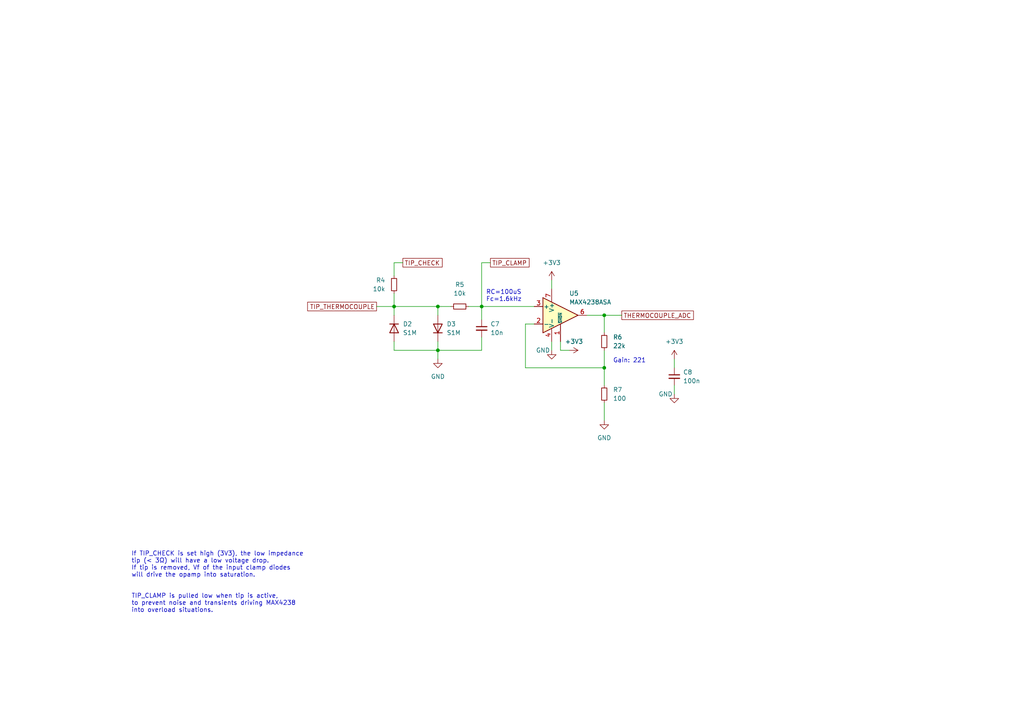
<source format=kicad_sch>
(kicad_sch (version 20211123) (generator eeschema)
  (paper "A4")
  (title_block (title "OpenSolder Station Schematic") (date "2022-05-09") (rev "1") (comment 1 "Licence: GPL-3.0") (comment 2 "Designed by: Håvard Jakobsen") (comment 4 "OpenSolder - JBC T245 compatible soldering station"))
  (lib_symbols
    (symbol "0_Howie:S1M" (pin_numbers hide) (pin_names (offset 1.016) hide)
      (property "Reference" "D" (at 0 2.54 0))
      (property "Value" "S1M" (at 0 -2.54 0))
      (symbol "S1M_0_1"
        (polyline (pts (xy -1.27 1.27) (xy -1.27 -1.27)) (stroke (width 0.254)))
        (polyline (pts (xy 1.27 0) (xy -1.27 0)))
        (polyline (pts (xy 1.27 1.27) (xy 1.27 -1.27) (xy -1.27 0) (xy 1.27 1.27)) (stroke (width 0.254)))
      )
      (symbol "S1M_1_1"
        (pin passive line (at -3.81 0 0) (length 2.54) (name "K") (number "1"))
        (pin passive line (at 3.81 0 180) (length 2.54) (name "A") (number "2"))
      )
    )
    (symbol "Amplifier_Operational:MAX4238ASA" (pin_names (offset 0.127))
      (property "Reference" "U" (at 0 6.35 0))
      (property "Value" "MAX4238ASA" (at 0 3.81 0))
      (symbol "MAX4238ASA_0_1"
        (polyline (pts (xy -5.08 5.08) (xy 5.08 0) (xy -5.08 -5.08) (xy -5.08 5.08)) (stroke (width 0.254)) (fill (type background)))
      )
      (symbol "MAX4238ASA_1_1"
        (pin input line (at 0 -7.62 90) (length 5.08) (name "~{SHDN}") (number "1"))
        (pin input line (at -7.62 -2.54 0) (length 2.54) (name "-") (number "2"))
        (pin input line (at -7.62 2.54 0) (length 2.54) (name "+") (number "3"))
        (pin power_in line (at -2.54 -7.62 90) (length 3.81) (name "V-") (number "4"))
        (pin no_connect line (at 0 -2.54 90) (length 2.54) hide (name "NC") (number "5"))
        (pin output line (at 7.62 0 180) (length 2.54) (name "~") (number "6"))
        (pin power_in line (at -2.54 7.62 270) (length 3.81) (name "V+") (number "7"))
        (pin no_connect line (at 0 2.54 270) (length 2.54) hide (name "NC") (number "8"))
      )
    )
    (symbol "Device:C_Small" (pin_numbers hide) (pin_names (offset 0.254) hide)
      (property "Reference" "C" (at 0.254 1.778 0))
      (property "Value" "C_Small" (at 0.254 -2.032 0))
      (symbol "C_Small_0_1"
        (polyline (pts (xy -1.524 -0.508) (xy 1.524 -0.508)) (stroke (width 0.3302)))
        (polyline (pts (xy -1.524 0.508) (xy 1.524 0.508)) (stroke (width 0.3048)))
      )
      (symbol "C_Small_1_1"
        (pin passive line (at 0 2.54 270) (length 2.032) (name "~") (number "1"))
        (pin passive line (at 0 -2.54 90) (length 2.032) (name "~") (number "2"))
      )
    )
    (symbol "Device:R_Small" (pin_numbers hide) (pin_names (offset 0.254) hide)
      (property "Reference" "R" (at 0.762 0.508 0))
      (property "Value" "R_Small" (at 0.762 -1.016 0))
      (symbol "R_Small_0_1"
        (rectangle (start -0.762 1.778) (end 0.762 -1.778) (stroke (width 0.2032)))
      )
      (symbol "R_Small_1_1"
        (pin passive line (at 0 2.54 270) (length 0.762) (name "~") (number "1"))
        (pin passive line (at 0 -2.54 90) (length 0.762) (name "~") (number "2"))
      )
    )
    (symbol "power:+3V3" (power) (pin_names (offset 0))
      (property "Value" "+3V3" (at 0 3.556 0))
      (symbol "+3V3_0_1"
        (polyline (pts (xy -0.762 1.27) (xy 0 2.54)))
        (polyline (pts (xy 0 0) (xy 0 2.54)))
        (polyline (pts (xy 0 2.54) (xy 0.762 1.27)))
      )
      (symbol "+3V3_1_1"
        (pin power_in line (at 0 0 90) (length 0) hide (name "+3V3") (number "1"))
      )
    )
    (symbol "power:GND" (power) (pin_names (offset 0))
      (property "Value" "GND" (at 0 -3.81 0))
      (symbol "GND_0_1"
        (polyline (pts (xy 0 0) (xy 0 -1.27) (xy 1.27 -1.27) (xy 0 -2.54) (xy -1.27 -1.27) (xy 0 -1.27)))
      )
      (symbol "GND_1_1"
        (pin power_in line (at 0 0 270) (length 0) hide (name "GND") (number "1"))
      )
    )
  )
  (junction (at 114.3 88.9))
  (junction (at 175.26 91.44) (diameter 0.9144))
  (junction (at 139.7 88.9))
  (junction (at 127 88.9))
  (junction (at 175.26 106.68))
  (junction (at 127 101.6))
  (wire (pts (xy 162.56 101.6) (xy 162.56 99.06)))
  (wire (pts (xy 114.3 88.9) (xy 114.3 91.44)))
  (wire (pts (xy 114.3 99.06) (xy 114.3 101.6)))
  (wire (pts (xy 114.3 101.6) (xy 127 101.6)))
  (wire (pts (xy 152.4 106.68) (xy 175.26 106.68)))
  (wire (pts (xy 195.58 104.14) (xy 195.58 106.68)))
  (wire (pts (xy 160.02 99.06) (xy 160.02 101.6)))
  (wire (pts (xy 139.7 97.79) (xy 139.7 101.6)))
  (wire (pts (xy 162.56 101.6) (xy 165.1 101.6)))
  (wire (pts (xy 139.7 76.2) (xy 142.24 76.2)))
  (wire (pts (xy 127 101.6) (xy 139.7 101.6)))
  (wire (pts (xy 114.3 76.2) (xy 114.3 80.01)))
  (wire (pts (xy 175.26 91.44) (xy 175.26 96.52)))
  (wire (pts (xy 139.7 92.71) (xy 139.7 88.9)))
  (wire (pts (xy 170.18 91.44) (xy 175.26 91.44)))
  (wire (pts (xy 139.7 88.9) (xy 154.94 88.9)))
  (wire (pts (xy 114.3 76.2) (xy 116.84 76.2)))
  (wire (pts (xy 175.26 101.6) (xy 175.26 106.68)))
  (wire (pts (xy 127 88.9) (xy 130.81 88.9)))
  (wire (pts (xy 175.26 106.68) (xy 175.26 111.76)))
  (wire (pts (xy 114.3 85.09) (xy 114.3 88.9)))
  (wire (pts (xy 152.4 93.98) (xy 152.4 106.68)))
  (wire (pts (xy 160.02 81.28) (xy 160.02 83.82)))
  (wire (pts (xy 127 88.9) (xy 127 91.44)))
  (wire (pts (xy 180.34 91.44) (xy 175.26 91.44)))
  (wire (pts (xy 127 99.06) (xy 127 101.6)))
  (wire (pts (xy 109.22 88.9) (xy 114.3 88.9)))
  (wire (pts (xy 114.3 88.9) (xy 127 88.9)))
  (wire (pts (xy 139.7 76.2) (xy 139.7 88.9)))
  (wire (pts (xy 127 101.6) (xy 127 104.14)))
  (wire (pts (xy 135.89 88.9) (xy 139.7 88.9)))
  (wire (pts (xy 195.58 111.76) (xy 195.58 114.3)))
  (wire (pts (xy 154.94 93.98) (xy 152.4 93.98)))
  (wire (pts (xy 175.26 116.84) (xy 175.26 121.92)))
  (text "Gain: 221" (at 177.8 105.41 0) (effects (font (size 1.27 1.27)) (justify left bottom)))
  (text "RC=100uS\nFc=1.6kHz" (at 140.97 87.63 0) (effects (font (size 1.27 1.27)) (justify left bottom)))
  (text "If TIP_CHECK is set high (3V3), the low impedance\ntip (< 3Ω) will have a low voltage drop.\nIf tip is removed, Vf of the input clamp diodes\nwill drive the opamp into saturation.\n\n\nTIP_CLAMP is pulled low when tip is active,\nto prevent noise and transients driving MAX4238\ninto overload situations." (at 38.1 177.8 0) (effects (font (size 1.27 1.27)) (justify left bottom)))
  (global_label "TIP_CLAMP" (shape passive) (at 142.24 76.2 0) (property "Intersheet References" "${INTERSHEET_REFS}" (effects hide)))
  (global_label "TIP_CHECK" (shape passive) (at 116.84 76.2 0) (property "Intersheet References" "${INTERSHEET_REFS}" (effects hide)))
  (global_label "THERMOCOUPLE_ADC" (shape passive) (at 180.34 91.44 0) (property "Intersheet References" "${INTERSHEET_REFS}" (effects hide)))
  (global_label "TIP_THERMOCOUPLE" (shape passive) (at 109.22 88.9 180) (property "Intersheet References" "${INTERSHEET_REFS}" (effects hide)))
  (symbol (lib_id "Device:C_Small") (at 139.7 95.25 0) (unit 1)
    (property "Reference" "C7" (at 142.24 93.9799 0) (effects (justify left)))
    (property "Value" "10n" (at 142.24 96.5199 0) (effects (justify left)))
    (property "Footprint" "Capacitor_SMD:C_0805_2012Metric" (effects hide))
  )
  (symbol (lib_id "Amplifier_Operational:MAX4238ASA") (at 162.56 91.44 0) (unit 1)
    (property "Reference" "U5" (at 165.1 85.0899 0) (effects (justify left)))
    (property "Value" "MAX4238ASA" (at 165.1 87.6299 0) (effects (justify left)))
    (property "Footprint" "Package_SO:SOIC-8_3.9x4.9mm_P1.27mm" (effects hide))
    (property "Datasheet" "http://datasheets.maximintegrated.com/en/ds/MAX4238-MAX4239.pdf" (effects hide))
  )
  (symbol (lib_id "power:GND") (at 195.58 114.3 0) (unit 1)
    (property "Reference" "#PWR015" (effects hide))
    (property "Value" "GND" (at 193.04 114.3 0))
  )
  (symbol (lib_id "power:GND") (at 160.02 101.6 0) (unit 1)
    (property "Reference" "#PWR011" (effects hide))
    (property "Value" "GND" (at 157.48 101.6 0))
  )
  (symbol (lib_id "power:+3V3") (at 195.58 104.14 0) (unit 1)
    (property "Reference" "#PWR014" (effects hide))
    (property "Value" "+3V3" (at 195.58 99.06 0))
  )
  (symbol (lib_id "power:GND") (at 175.26 121.92 0) (unit 1)
    (property "Reference" "#PWR013" (effects hide))
    (property "Value" "GND" (at 175.26 127 0))
  )
  (symbol (lib_id "power:+3V3") (at 165.1 101.6 270) (unit 1)
    (property "Reference" "#PWR012" (effects hide))
    (property "Value" "+3V3" (at 163.83 99.06 90) (effects (justify left)))
  )
  (symbol (lib_id "power:+3V3") (at 160.02 81.28 0) (unit 1)
    (property "Reference" "#PWR010" (effects hide))
    (property "Value" "+3V3" (at 160.02 76.2 0))
  )
  (symbol (lib_id "Device:R_Small") (at 114.3 82.55 0) (mirror x) (unit 1)
    (property "Reference" "R4" (at 111.76 81.2799 0) (effects (justify right)))
    (property "Value" "10k" (at 111.76 83.8199 0) (effects (justify right)))
    (property "Footprint" "Resistor_SMD:R_0805_2012Metric" (effects hide))
  )
  (symbol (lib_id "0_Howie:S1M") (at 127 95.25 90) (unit 1)
    (property "Reference" "D3" (at 129.54 93.9799 90) (effects (justify right)))
    (property "Value" "S1M" (at 129.54 96.5199 90) (effects (justify right)))
    (property "Footprint" "Diode_SMD:D_SMA" (effects hide))
  )
  (symbol (lib_id "Device:R_Small") (at 175.26 99.06 0) (unit 1)
    (property "Reference" "R6" (at 177.8 97.7899 0) (effects (justify left)))
    (property "Value" "22k" (at 177.8 100.3299 0) (effects (justify left)))
    (property "Footprint" "Resistor_SMD:R_0805_2012Metric" (effects hide))
  )
  (symbol (lib_id "Device:C_Small") (at 195.58 109.22 0) (unit 1)
    (property "Reference" "C8" (at 198.12 107.9499 0) (effects (justify left)))
    (property "Value" "100n" (at 198.12 110.4899 0) (effects (justify left)))
    (property "Footprint" "Capacitor_SMD:C_0805_2012Metric" (effects hide))
  )
  (symbol (lib_id "Device:R_Small") (at 175.26 114.3 0) (unit 1)
    (property "Reference" "R7" (at 177.8 113.0299 0) (effects (justify left)))
    (property "Value" "100" (at 177.8 115.5699 0) (effects (justify left)))
    (property "Footprint" "Resistor_SMD:R_0805_2012Metric" (effects hide))
  )
  (symbol (lib_id "Device:R_Small") (at 133.35 88.9 270) (mirror x) (unit 1)
    (property "Reference" "R5" (at 133.35 82.55 90))
    (property "Value" "10k" (at 133.35 85.09 90))
    (property "Footprint" "Resistor_SMD:R_0805_2012Metric" (effects hide))
  )
  (symbol (lib_id "0_Howie:S1M") (at 114.3 95.25 270) (unit 1)
    (property "Reference" "D2" (at 116.84 93.9799 90) (effects (justify left)))
    (property "Value" "S1M" (at 116.84 96.5199 90) (effects (justify left)))
    (property "Footprint" "Diode_SMD:D_SMA" (effects hide))
  )
  (symbol (lib_id "power:GND") (at 127 104.14 0) (unit 1)
    (property "Reference" "#PWR09" (effects hide))
    (property "Value" "GND" (at 127 109.22 0))
  )
)
</source>
